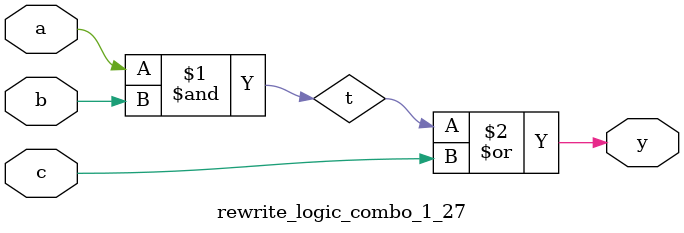
<source format=sv>
module rewrite_logic_combo_1_27(input logic a,b,c, output logic y);
  logic t;
  assign t = a & b;
  assign y = t | c;
endmodule

</source>
